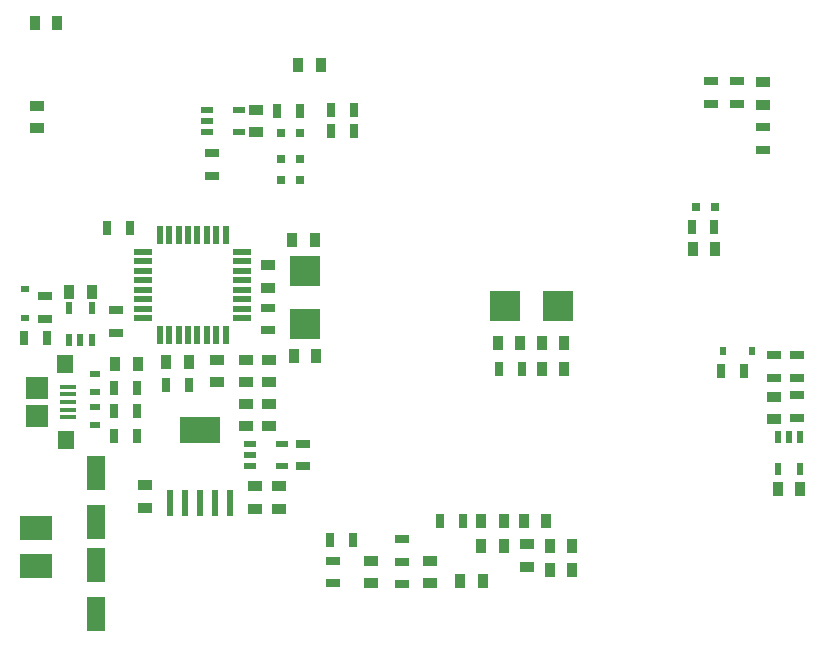
<source format=gtp>
G04*
G04 #@! TF.GenerationSoftware,Altium Limited,Altium Designer,20.0.2 (26)*
G04*
G04 Layer_Color=8421504*
%FSLAX44Y44*%
%MOMM*%
G71*
G01*
G75*
%ADD14R,1.6000X3.0000*%
%ADD15R,1.3500X0.4000*%
%ADD16R,1.4000X1.6000*%
%ADD17R,1.9000X1.9000*%
%ADD18R,0.9000X0.6000*%
%ADD19R,1.3000X0.7000*%
%ADD20R,0.7000X1.3000*%
%ADD21R,0.5588X0.6858*%
%ADD22R,0.6858X0.5588*%
%ADD23R,0.5500X1.5000*%
%ADD24R,1.5000X0.5500*%
%ADD25R,2.6000X2.5000*%
%ADD26R,2.5000X2.6000*%
%ADD27R,1.3000X0.9000*%
%ADD28R,0.9000X1.3000*%
%ADD29R,0.8000X0.8000*%
%ADD30R,2.7000X2.0000*%
%ADD31R,1.0000X0.5500*%
%ADD32R,0.5500X1.0000*%
%ADD33R,3.5000X2.2000*%
%ADD34R,0.6000X2.2000*%
D14*
X72000Y99500D02*
D03*
Y140500D02*
D03*
Y62500D02*
D03*
Y21500D02*
D03*
D15*
X48695Y214000D02*
D03*
Y207500D02*
D03*
Y201000D02*
D03*
Y194500D02*
D03*
Y188000D02*
D03*
D16*
X46445Y169000D02*
D03*
X46145Y233000D02*
D03*
D17*
X22445Y213000D02*
D03*
Y189000D02*
D03*
D18*
X71000Y181500D02*
D03*
Y196500D02*
D03*
Y224500D02*
D03*
Y209500D02*
D03*
D19*
X331000Y65500D02*
D03*
Y46500D02*
D03*
Y84500D02*
D03*
Y65500D02*
D03*
X646000Y240500D02*
D03*
Y221500D02*
D03*
X247000Y146500D02*
D03*
Y165500D02*
D03*
X273000Y66500D02*
D03*
Y47500D02*
D03*
X666000Y240500D02*
D03*
Y221500D02*
D03*
X29000Y271500D02*
D03*
Y290500D02*
D03*
X666000Y187500D02*
D03*
Y206500D02*
D03*
X637000Y414500D02*
D03*
Y433500D02*
D03*
X593000Y453500D02*
D03*
Y472500D02*
D03*
X615000Y453500D02*
D03*
Y472500D02*
D03*
X218000Y261500D02*
D03*
Y280500D02*
D03*
X89000Y278500D02*
D03*
Y259500D02*
D03*
X170000Y392500D02*
D03*
Y411500D02*
D03*
D20*
X131500Y215000D02*
D03*
X150500D02*
D03*
X289500Y84000D02*
D03*
X270500D02*
D03*
X11500Y255000D02*
D03*
X30500D02*
D03*
X576500Y349000D02*
D03*
X595500D02*
D03*
X432500Y229000D02*
D03*
X413500D02*
D03*
X225500Y447000D02*
D03*
X244500D02*
D03*
X601500Y227000D02*
D03*
X620500D02*
D03*
X382500Y100000D02*
D03*
X363500D02*
D03*
X87500Y172000D02*
D03*
X106500D02*
D03*
X87500Y193000D02*
D03*
X106500D02*
D03*
X87500Y213000D02*
D03*
X106500D02*
D03*
X100500Y348000D02*
D03*
X81500D02*
D03*
X290500Y430000D02*
D03*
X271500D02*
D03*
X290500Y448000D02*
D03*
X271500D02*
D03*
D21*
X602808Y244000D02*
D03*
X627192D02*
D03*
D22*
X12000Y296192D02*
D03*
Y271808D02*
D03*
D23*
X182000Y258000D02*
D03*
X174000D02*
D03*
X166000D02*
D03*
X158000D02*
D03*
X150000D02*
D03*
X142000D02*
D03*
X134000D02*
D03*
X126000D02*
D03*
Y342000D02*
D03*
X134000D02*
D03*
X142000D02*
D03*
X150000D02*
D03*
X158000D02*
D03*
X166000D02*
D03*
X174000D02*
D03*
X182000D02*
D03*
D24*
X112000Y272000D02*
D03*
Y280000D02*
D03*
Y288000D02*
D03*
Y296000D02*
D03*
Y304000D02*
D03*
Y312000D02*
D03*
Y320000D02*
D03*
Y328000D02*
D03*
X196000D02*
D03*
Y320000D02*
D03*
Y312000D02*
D03*
Y304000D02*
D03*
Y296000D02*
D03*
Y288000D02*
D03*
Y280000D02*
D03*
Y272000D02*
D03*
D25*
X249000Y311500D02*
D03*
Y266500D02*
D03*
D26*
X418500Y282000D02*
D03*
X463500D02*
D03*
D27*
X227000Y110500D02*
D03*
Y129500D02*
D03*
X646000Y205500D02*
D03*
Y186500D02*
D03*
X219000Y180500D02*
D03*
Y199500D02*
D03*
X208000Y448500D02*
D03*
Y429500D02*
D03*
X355000Y47500D02*
D03*
Y66500D02*
D03*
X305000Y47500D02*
D03*
Y66500D02*
D03*
X637000Y471500D02*
D03*
Y452500D02*
D03*
X22000Y432500D02*
D03*
Y451500D02*
D03*
X175000Y236500D02*
D03*
Y217500D02*
D03*
X218000Y297500D02*
D03*
Y316500D02*
D03*
X199000Y236500D02*
D03*
Y217500D02*
D03*
X207000Y129500D02*
D03*
Y110500D02*
D03*
X114000Y130500D02*
D03*
Y111500D02*
D03*
X219000Y236500D02*
D03*
Y217500D02*
D03*
X437000Y61500D02*
D03*
Y80500D02*
D03*
X199000Y180500D02*
D03*
Y199500D02*
D03*
D28*
X88500Y233000D02*
D03*
X107500D02*
D03*
X49500Y294000D02*
D03*
X68500D02*
D03*
X649500Y127000D02*
D03*
X668500D02*
D03*
X449500Y251000D02*
D03*
X468500D02*
D03*
X431500D02*
D03*
X412500D02*
D03*
X453500Y100000D02*
D03*
X434500D02*
D03*
X417500D02*
D03*
X398500D02*
D03*
X468500Y229000D02*
D03*
X449500D02*
D03*
X20500Y522000D02*
D03*
X39500D02*
D03*
X380500Y49000D02*
D03*
X399500D02*
D03*
X239500Y240000D02*
D03*
X258500D02*
D03*
X238500Y338000D02*
D03*
X257500D02*
D03*
X150500Y235000D02*
D03*
X131500D02*
D03*
X596500Y330000D02*
D03*
X577500D02*
D03*
X398500Y79000D02*
D03*
X417500D02*
D03*
X262500Y486000D02*
D03*
X243500D02*
D03*
X456500Y79000D02*
D03*
X475500D02*
D03*
X456500Y59000D02*
D03*
X475500D02*
D03*
D29*
X229000Y389000D02*
D03*
X245000D02*
D03*
X229000Y407000D02*
D03*
X245000D02*
D03*
X229000Y429000D02*
D03*
X245000D02*
D03*
X580000Y366000D02*
D03*
X596000D02*
D03*
D30*
X21000Y94000D02*
D03*
Y62000D02*
D03*
D31*
X202500Y165500D02*
D03*
Y156000D02*
D03*
Y146500D02*
D03*
X229500Y165500D02*
D03*
Y146500D02*
D03*
X166500Y448500D02*
D03*
Y439000D02*
D03*
Y429500D02*
D03*
X193500Y448500D02*
D03*
Y429500D02*
D03*
D32*
X668500Y171500D02*
D03*
X659000D02*
D03*
X649500D02*
D03*
X668500Y144500D02*
D03*
X649500D02*
D03*
X49500Y253500D02*
D03*
X59000D02*
D03*
X68500D02*
D03*
X49500Y280500D02*
D03*
X68500D02*
D03*
D33*
X160000Y177000D02*
D03*
D34*
X185400Y115000D02*
D03*
X172700D02*
D03*
X160000D02*
D03*
X147300D02*
D03*
X134600D02*
D03*
M02*

</source>
